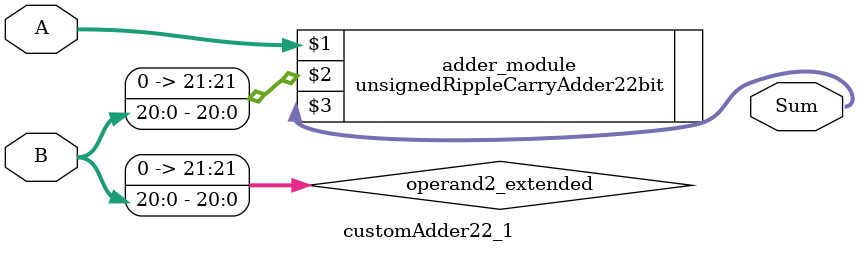
<source format=v>

module customAdder22_1(
                    input [21 : 0] A,
                    input [20 : 0] B,
                    
                    output [22 : 0] Sum
            );

    wire [21 : 0] operand2_extended;
    
    assign operand2_extended =  {1'b0, B};
    
    unsignedRippleCarryAdder22bit adder_module(
        A,
        operand2_extended,
        Sum
    );
    
endmodule
        
</source>
